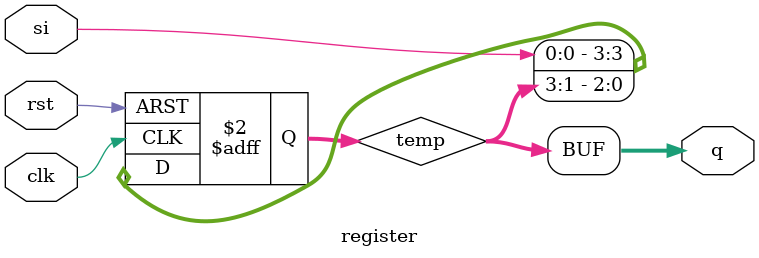
<source format=v>

module register(
	input rst,clk,si,
	output [3:0]q);
reg [3:0]temp;
assign q=temp;
	always@(posedge clk or posedge rst)
		begin
			if(rst)
				temp<=4'b0000;
			else
				temp<={si,temp[3:1]};
			end
endmodule

</source>
